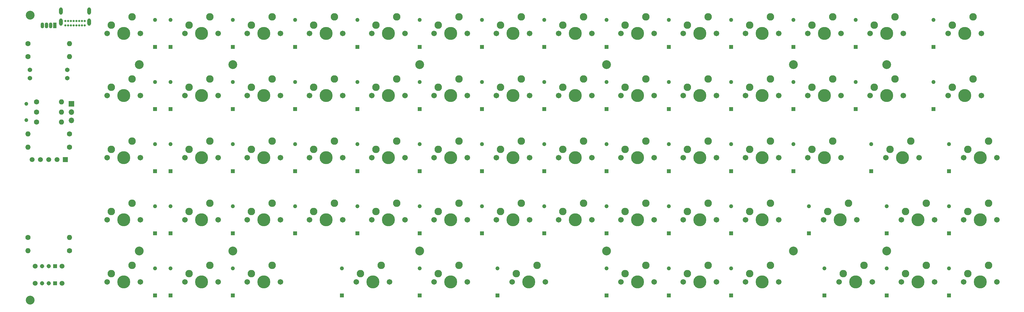
<source format=gbs>
%TF.GenerationSoftware,KiCad,Pcbnew,(6.0.2)*%
%TF.CreationDate,2022-05-11T01:39:24-06:00*%
%TF.ProjectId,Uniform,556e6966-6f72-46d2-9e6b-696361645f70,rev?*%
%TF.SameCoordinates,Original*%
%TF.FileFunction,Soldermask,Bot*%
%TF.FilePolarity,Negative*%
%FSLAX46Y46*%
G04 Gerber Fmt 4.6, Leading zero omitted, Abs format (unit mm)*
G04 Created by KiCad (PCBNEW (6.0.2)) date 2022-05-11 01:39:24*
%MOMM*%
%LPD*%
G01*
G04 APERTURE LIST*
%ADD10C,1.371600*%
%ADD11C,1.600000*%
%ADD12O,1.600000X1.600000*%
%ADD13C,1.150000*%
%ADD14R,1.508000X1.508000*%
%ADD15C,1.508000*%
%ADD16R,1.700000X1.700000*%
%ADD17O,1.700000X1.700000*%
%ADD18R,1.238000X1.238000*%
%ADD19C,1.238000*%
%ADD20C,1.701800*%
%ADD21C,3.987800*%
%ADD22C,2.286000*%
%ADD23C,1.500000*%
%ADD24R,1.308000X1.308000*%
%ADD25C,1.308000*%
%ADD26C,2.700000*%
%ADD27R,1.070000X1.800000*%
%ADD28O,1.070000X1.800000*%
%ADD29C,0.650000*%
%ADD30O,1.108000X2.216000*%
G04 APERTURE END LIST*
D10*
%TO.C,C1*%
X54112500Y-127975000D03*
X54112500Y-125475000D03*
%TD*%
%TO.C,C2*%
X42700000Y-125487500D03*
X42700000Y-127987500D03*
%TD*%
D11*
%TO.C,C3*%
X44740000Y-141500000D03*
D12*
X52360000Y-141500000D03*
%TD*%
D11*
%TO.C,C4*%
X44740000Y-135300000D03*
D12*
X52360000Y-135300000D03*
%TD*%
D11*
%TO.C,C5*%
X44740000Y-138400000D03*
D12*
X52360000Y-138400000D03*
%TD*%
D13*
%TO.C,C6*%
X41612500Y-140900000D03*
X41612500Y-135900000D03*
%TD*%
D14*
%TO.C,SWD1*%
X53587500Y-153000000D03*
D15*
X51047500Y-153000000D03*
X48507500Y-153000000D03*
X45967500Y-153000000D03*
X43427500Y-153000000D03*
%TD*%
D16*
%TO.C,LED2*%
X55412500Y-135875000D03*
D17*
X55412500Y-138415000D03*
X55412500Y-140955000D03*
%TD*%
D18*
%TO.C,D_0_0*%
X80962500Y-118446000D03*
D19*
X80962500Y-110154000D03*
%TD*%
D18*
%TO.C,D_0_1*%
X85725000Y-118446000D03*
D19*
X85725000Y-110154000D03*
%TD*%
D18*
%TO.C,D_0_2*%
X104775000Y-118446000D03*
D19*
X104775000Y-110154000D03*
%TD*%
D18*
%TO.C,D_0_3*%
X123825000Y-118446000D03*
D19*
X123825000Y-110154000D03*
%TD*%
D18*
%TO.C,D_0_4*%
X142875000Y-118446000D03*
D19*
X142875000Y-110154000D03*
%TD*%
D18*
%TO.C,D_0_5*%
X161925000Y-118446000D03*
D19*
X161925000Y-110154000D03*
%TD*%
D18*
%TO.C,D_0_6*%
X180975000Y-118446000D03*
D19*
X180975000Y-110154000D03*
%TD*%
D18*
%TO.C,D_0_7*%
X200025000Y-118446000D03*
D19*
X200025000Y-110154000D03*
%TD*%
D18*
%TO.C,D_0_8*%
X219075000Y-118446000D03*
D19*
X219075000Y-110154000D03*
%TD*%
D18*
%TO.C,D_0_9*%
X238125000Y-118446000D03*
D19*
X238125000Y-110154000D03*
%TD*%
D18*
%TO.C,D_0_10*%
X257175000Y-118446000D03*
D19*
X257175000Y-110154000D03*
%TD*%
D18*
%TO.C,D_0_11*%
X276225000Y-118446000D03*
D19*
X276225000Y-110154000D03*
%TD*%
D18*
%TO.C,D_0_12*%
X295275000Y-118446000D03*
D19*
X295275000Y-110154000D03*
%TD*%
D18*
%TO.C,D_0_13*%
X319087500Y-118446000D03*
D19*
X319087500Y-110154000D03*
%TD*%
D18*
%TO.C,D_1_0*%
X80962500Y-137496000D03*
D19*
X80962500Y-129204000D03*
%TD*%
D18*
%TO.C,D_1_1*%
X85725000Y-137496000D03*
D19*
X85725000Y-129204000D03*
%TD*%
D18*
%TO.C,D_1_2*%
X104775000Y-137496000D03*
D19*
X104775000Y-129204000D03*
%TD*%
D18*
%TO.C,D_1_3*%
X123825000Y-137496000D03*
D19*
X123825000Y-129204000D03*
%TD*%
D18*
%TO.C,D_1_4*%
X142875000Y-137496000D03*
D19*
X142875000Y-129204000D03*
%TD*%
D18*
%TO.C,D_1_5*%
X161925000Y-137496000D03*
D19*
X161925000Y-129204000D03*
%TD*%
D18*
%TO.C,D_1_6*%
X180975000Y-137496000D03*
D19*
X180975000Y-129204000D03*
%TD*%
D18*
%TO.C,D_1_7*%
X200025000Y-137496000D03*
D19*
X200025000Y-129204000D03*
%TD*%
D18*
%TO.C,D_1_8*%
X219075000Y-137496000D03*
D19*
X219075000Y-129204000D03*
%TD*%
D18*
%TO.C,D_1_9*%
X238125000Y-137496000D03*
D19*
X238125000Y-129204000D03*
%TD*%
D18*
%TO.C,D_1_10*%
X257175000Y-137496000D03*
D19*
X257175000Y-129204000D03*
%TD*%
D18*
%TO.C,D_1_11*%
X276225000Y-137496000D03*
D19*
X276225000Y-129204000D03*
%TD*%
D18*
%TO.C,D_1_12*%
X295275000Y-137496000D03*
D19*
X295275000Y-129204000D03*
%TD*%
D18*
%TO.C,D_1_13*%
X319087500Y-137496000D03*
D19*
X319087500Y-129204000D03*
%TD*%
D18*
%TO.C,D_2_0*%
X80962500Y-156546000D03*
D19*
X80962500Y-148254000D03*
%TD*%
D18*
%TO.C,D_2_1*%
X85725000Y-156546000D03*
D19*
X85725000Y-148254000D03*
%TD*%
D18*
%TO.C,D_2_2*%
X104775000Y-156546000D03*
D19*
X104775000Y-148254000D03*
%TD*%
D18*
%TO.C,D_2_3*%
X123825000Y-156546000D03*
D19*
X123825000Y-148254000D03*
%TD*%
D18*
%TO.C,D_2_4*%
X142875000Y-156546000D03*
D19*
X142875000Y-148254000D03*
%TD*%
D18*
%TO.C,D_2_5*%
X161925000Y-156546000D03*
D19*
X161925000Y-148254000D03*
%TD*%
D18*
%TO.C,D_2_6*%
X180975000Y-156546000D03*
D19*
X180975000Y-148254000D03*
%TD*%
D18*
%TO.C,D_2_7*%
X200025000Y-156546000D03*
D19*
X200025000Y-148254000D03*
%TD*%
D18*
%TO.C,D_2_8*%
X219075000Y-156546000D03*
D19*
X219075000Y-148254000D03*
%TD*%
D18*
%TO.C,D_2_9*%
X238125000Y-156546000D03*
D19*
X238125000Y-148254000D03*
%TD*%
D18*
%TO.C,D_2_10*%
X257175000Y-156546000D03*
D19*
X257175000Y-148254000D03*
%TD*%
D18*
%TO.C,D_2_11*%
X276225000Y-156546000D03*
D19*
X276225000Y-148254000D03*
%TD*%
D18*
%TO.C,D_2_12*%
X300037500Y-156546000D03*
D19*
X300037500Y-148254000D03*
%TD*%
D18*
%TO.C,D_2_13*%
X323850000Y-156546000D03*
D19*
X323850000Y-148254000D03*
%TD*%
D18*
%TO.C,D_3_0*%
X80962500Y-175596000D03*
D19*
X80962500Y-167304000D03*
%TD*%
D18*
%TO.C,D_3_1*%
X85725000Y-175596000D03*
D19*
X85725000Y-167304000D03*
%TD*%
D18*
%TO.C,D_3_2*%
X104775000Y-175596000D03*
D19*
X104775000Y-167304000D03*
%TD*%
D18*
%TO.C,D_3_3*%
X123825000Y-175596000D03*
D19*
X123825000Y-167304000D03*
%TD*%
D18*
%TO.C,D_3_4*%
X142875000Y-175596000D03*
D19*
X142875000Y-167304000D03*
%TD*%
D18*
%TO.C,D_3_5*%
X161925000Y-175596000D03*
D19*
X161925000Y-167304000D03*
%TD*%
D18*
%TO.C,D_3_6*%
X180975000Y-175596000D03*
D19*
X180975000Y-167304000D03*
%TD*%
D18*
%TO.C,D_3_7*%
X200025000Y-175596000D03*
D19*
X200025000Y-167304000D03*
%TD*%
D18*
%TO.C,D_3_8*%
X219075000Y-175596000D03*
D19*
X219075000Y-167304000D03*
%TD*%
D18*
%TO.C,D_3_9*%
X238125000Y-175596000D03*
D19*
X238125000Y-167304000D03*
%TD*%
D18*
%TO.C,D_3_10*%
X257175000Y-175596000D03*
D19*
X257175000Y-167304000D03*
%TD*%
D18*
%TO.C,D_3_11*%
X280987500Y-175596000D03*
D19*
X280987500Y-167304000D03*
%TD*%
D18*
%TO.C,D_3_12*%
X304800000Y-175596000D03*
D19*
X304800000Y-167304000D03*
%TD*%
D18*
%TO.C,D_3_13*%
X323850000Y-175596000D03*
D19*
X323850000Y-167304000D03*
%TD*%
D18*
%TO.C,D_4_0*%
X80962500Y-194646000D03*
D19*
X80962500Y-186354000D03*
%TD*%
D18*
%TO.C,D_4_1*%
X85725000Y-194646000D03*
D19*
X85725000Y-186354000D03*
%TD*%
D18*
%TO.C,D_4_2*%
X104775000Y-194646000D03*
D19*
X104775000Y-186354000D03*
%TD*%
D18*
%TO.C,D_4_4*%
X138112500Y-194646000D03*
D19*
X138112500Y-186354000D03*
%TD*%
D18*
%TO.C,D_4_5*%
X161925000Y-194646000D03*
D19*
X161925000Y-186354000D03*
%TD*%
D18*
%TO.C,D_4_6*%
X185737500Y-194646000D03*
D19*
X185737500Y-186354000D03*
%TD*%
D18*
%TO.C,D_4_8*%
X219075000Y-194646000D03*
D19*
X219075000Y-186354000D03*
%TD*%
D18*
%TO.C,D_4_9*%
X238125000Y-194646000D03*
D19*
X238125000Y-186354000D03*
%TD*%
D18*
%TO.C,D_4_10*%
X257175000Y-194646000D03*
D19*
X257175000Y-186354000D03*
%TD*%
D18*
%TO.C,D_4_11*%
X285750000Y-194646000D03*
D19*
X285750000Y-186354000D03*
%TD*%
D18*
%TO.C,D_4_12*%
X304800000Y-194646000D03*
D19*
X304800000Y-186354000D03*
%TD*%
D18*
%TO.C,D_4_13*%
X323850000Y-194646000D03*
D19*
X323850000Y-186354000D03*
%TD*%
D20*
%TO.C,K_0_0*%
X76517500Y-114300000D03*
X66357500Y-114300000D03*
D21*
X71437500Y-114300000D03*
D22*
X73977500Y-109220000D03*
X67627500Y-111760000D03*
%TD*%
D20*
%TO.C,K_0_1*%
X90170000Y-114300000D03*
D21*
X95250000Y-114300000D03*
D20*
X100330000Y-114300000D03*
D22*
X97790000Y-109220000D03*
X91440000Y-111760000D03*
%TD*%
D20*
%TO.C,K_0_2*%
X109220000Y-114300000D03*
D21*
X114300000Y-114300000D03*
D20*
X119380000Y-114300000D03*
D22*
X116840000Y-109220000D03*
X110490000Y-111760000D03*
%TD*%
D20*
%TO.C,K_0_3*%
X128270000Y-114300000D03*
X138430000Y-114300000D03*
D21*
X133350000Y-114300000D03*
D22*
X135890000Y-109220000D03*
X129540000Y-111760000D03*
%TD*%
D20*
%TO.C,K_0_4*%
X147320000Y-114300000D03*
D21*
X152400000Y-114300000D03*
D20*
X157480000Y-114300000D03*
D22*
X154940000Y-109220000D03*
X148590000Y-111760000D03*
%TD*%
D20*
%TO.C,K_0_5*%
X176530000Y-114300000D03*
X166370000Y-114300000D03*
D21*
X171450000Y-114300000D03*
D22*
X173990000Y-109220000D03*
X167640000Y-111760000D03*
%TD*%
D21*
%TO.C,K_0_6*%
X190500000Y-114300000D03*
D20*
X185420000Y-114300000D03*
X195580000Y-114300000D03*
D22*
X193040000Y-109220000D03*
X186690000Y-111760000D03*
%TD*%
D20*
%TO.C,K_0_7*%
X214630000Y-114300000D03*
D21*
X209550000Y-114300000D03*
D20*
X204470000Y-114300000D03*
D22*
X212090000Y-109220000D03*
X205740000Y-111760000D03*
%TD*%
D20*
%TO.C,K_0_8*%
X233680000Y-114300000D03*
D21*
X228600000Y-114300000D03*
D20*
X223520000Y-114300000D03*
D22*
X231140000Y-109220000D03*
X224790000Y-111760000D03*
%TD*%
D21*
%TO.C,K_0_9*%
X247650000Y-114300000D03*
D20*
X242570000Y-114300000D03*
X252730000Y-114300000D03*
D22*
X250190000Y-109220000D03*
X243840000Y-111760000D03*
%TD*%
D20*
%TO.C,K_0_10*%
X261620000Y-114300000D03*
X271780000Y-114300000D03*
D21*
X266700000Y-114300000D03*
D22*
X269240000Y-109220000D03*
X262890000Y-111760000D03*
%TD*%
D21*
%TO.C,K_0_11*%
X285750000Y-114300000D03*
D20*
X290830000Y-114300000D03*
X280670000Y-114300000D03*
D22*
X288290000Y-109220000D03*
X281940000Y-111760000D03*
%TD*%
D20*
%TO.C,K_0_12*%
X299720000Y-114300000D03*
X309880000Y-114300000D03*
D21*
X304800000Y-114300000D03*
D22*
X307340000Y-109220000D03*
X300990000Y-111760000D03*
%TD*%
D21*
%TO.C,K_0_13*%
X328612500Y-114300000D03*
D20*
X333692500Y-114300000D03*
X323532500Y-114300000D03*
D22*
X331152500Y-109220000D03*
X324802500Y-111760000D03*
%TD*%
D20*
%TO.C,K_1_0*%
X66357500Y-133350000D03*
D21*
X71437500Y-133350000D03*
D20*
X76517500Y-133350000D03*
D22*
X73977500Y-128270000D03*
X67627500Y-130810000D03*
%TD*%
D20*
%TO.C,K_1_1*%
X90170000Y-133350000D03*
X100330000Y-133350000D03*
D21*
X95250000Y-133350000D03*
D22*
X97790000Y-128270000D03*
X91440000Y-130810000D03*
%TD*%
D20*
%TO.C,K_1_2*%
X109220000Y-133350000D03*
X119380000Y-133350000D03*
D21*
X114300000Y-133350000D03*
D22*
X116840000Y-128270000D03*
X110490000Y-130810000D03*
%TD*%
D20*
%TO.C,K_1_3*%
X128270000Y-133350000D03*
D21*
X133350000Y-133350000D03*
D20*
X138430000Y-133350000D03*
D22*
X135890000Y-128270000D03*
X129540000Y-130810000D03*
%TD*%
D20*
%TO.C,K_1_4*%
X157480000Y-133350000D03*
D21*
X152400000Y-133350000D03*
D20*
X147320000Y-133350000D03*
D22*
X154940000Y-128270000D03*
X148590000Y-130810000D03*
%TD*%
D20*
%TO.C,K_1_5*%
X176530000Y-133350000D03*
X166370000Y-133350000D03*
D21*
X171450000Y-133350000D03*
D22*
X173990000Y-128270000D03*
X167640000Y-130810000D03*
%TD*%
D21*
%TO.C,K_1_6*%
X190500000Y-133350000D03*
D20*
X185420000Y-133350000D03*
X195580000Y-133350000D03*
D22*
X193040000Y-128270000D03*
X186690000Y-130810000D03*
%TD*%
D21*
%TO.C,K_1_7*%
X209550000Y-133350000D03*
D20*
X214630000Y-133350000D03*
X204470000Y-133350000D03*
D22*
X212090000Y-128270000D03*
X205740000Y-130810000D03*
%TD*%
D20*
%TO.C,K_1_8*%
X233680000Y-133350000D03*
X223520000Y-133350000D03*
D21*
X228600000Y-133350000D03*
D22*
X231140000Y-128270000D03*
X224790000Y-130810000D03*
%TD*%
D20*
%TO.C,K_1_9*%
X242570000Y-133350000D03*
D21*
X247650000Y-133350000D03*
D20*
X252730000Y-133350000D03*
D22*
X250190000Y-128270000D03*
X243840000Y-130810000D03*
%TD*%
D20*
%TO.C,K_1_10*%
X271780000Y-133350000D03*
D21*
X266700000Y-133350000D03*
D20*
X261620000Y-133350000D03*
D22*
X269240000Y-128270000D03*
X262890000Y-130810000D03*
%TD*%
D21*
%TO.C,K_1_11*%
X285750000Y-133350000D03*
D20*
X280670000Y-133350000D03*
X290830000Y-133350000D03*
D22*
X288290000Y-128270000D03*
X281940000Y-130810000D03*
%TD*%
D20*
%TO.C,K_1_12*%
X309880000Y-133350000D03*
X299720000Y-133350000D03*
D21*
X304800000Y-133350000D03*
D22*
X307340000Y-128270000D03*
X300990000Y-130810000D03*
%TD*%
D20*
%TO.C,K_1_13*%
X323532500Y-133350000D03*
D21*
X328612500Y-133350000D03*
D20*
X333692500Y-133350000D03*
D22*
X331152500Y-128270000D03*
X324802500Y-130810000D03*
%TD*%
D20*
%TO.C,K_2_0*%
X76517500Y-152400000D03*
D21*
X71437500Y-152400000D03*
D20*
X66357500Y-152400000D03*
D22*
X73977500Y-147320000D03*
X67627500Y-149860000D03*
%TD*%
D20*
%TO.C,K_2_1*%
X90170000Y-152400000D03*
X100330000Y-152400000D03*
D21*
X95250000Y-152400000D03*
D22*
X97790000Y-147320000D03*
X91440000Y-149860000D03*
%TD*%
D20*
%TO.C,K_2_2*%
X109220000Y-152400000D03*
X119380000Y-152400000D03*
D21*
X114300000Y-152400000D03*
D22*
X116840000Y-147320000D03*
X110490000Y-149860000D03*
%TD*%
D20*
%TO.C,K_2_3*%
X128270000Y-152400000D03*
X138430000Y-152400000D03*
D21*
X133350000Y-152400000D03*
D22*
X135890000Y-147320000D03*
X129540000Y-149860000D03*
%TD*%
D21*
%TO.C,K_2_4*%
X152400000Y-152400000D03*
D20*
X147320000Y-152400000D03*
X157480000Y-152400000D03*
D22*
X154940000Y-147320000D03*
X148590000Y-149860000D03*
%TD*%
D21*
%TO.C,K_2_5*%
X171450000Y-152400000D03*
D20*
X166370000Y-152400000D03*
X176530000Y-152400000D03*
D22*
X173990000Y-147320000D03*
X167640000Y-149860000D03*
%TD*%
D21*
%TO.C,K_2_6*%
X190500000Y-152400000D03*
D20*
X185420000Y-152400000D03*
X195580000Y-152400000D03*
D22*
X193040000Y-147320000D03*
X186690000Y-149860000D03*
%TD*%
D20*
%TO.C,K_2_7*%
X204470000Y-152400000D03*
X214630000Y-152400000D03*
D21*
X209550000Y-152400000D03*
D22*
X212090000Y-147320000D03*
X205740000Y-149860000D03*
%TD*%
D20*
%TO.C,K_2_8*%
X223520000Y-152400000D03*
X233680000Y-152400000D03*
D21*
X228600000Y-152400000D03*
D22*
X231140000Y-147320000D03*
X224790000Y-149860000D03*
%TD*%
D20*
%TO.C,K_2_9*%
X242570000Y-152400000D03*
D21*
X247650000Y-152400000D03*
D20*
X252730000Y-152400000D03*
D22*
X250190000Y-147320000D03*
X243840000Y-149860000D03*
%TD*%
D20*
%TO.C,K_2_10*%
X271780000Y-152400000D03*
D21*
X266700000Y-152400000D03*
D20*
X261620000Y-152400000D03*
D22*
X269240000Y-147320000D03*
X262890000Y-149860000D03*
%TD*%
D21*
%TO.C,K_2_11*%
X285750000Y-152400000D03*
D20*
X290830000Y-152400000D03*
X280670000Y-152400000D03*
D22*
X288290000Y-147320000D03*
X281940000Y-149860000D03*
%TD*%
D21*
%TO.C,K_2_12*%
X309562500Y-152400000D03*
D20*
X314642500Y-152400000D03*
X304482500Y-152400000D03*
D22*
X312102500Y-147320000D03*
X305752500Y-149860000D03*
%TD*%
D20*
%TO.C,K_2_13*%
X338455000Y-152400000D03*
D21*
X333375000Y-152400000D03*
D20*
X328295000Y-152400000D03*
D22*
X335915000Y-147320000D03*
X329565000Y-149860000D03*
%TD*%
D21*
%TO.C,K_3_0*%
X71437500Y-171450000D03*
D20*
X76517500Y-171450000D03*
X66357500Y-171450000D03*
D22*
X73977500Y-166370000D03*
X67627500Y-168910000D03*
%TD*%
D20*
%TO.C,K_3_1*%
X100330000Y-171450000D03*
D21*
X95250000Y-171450000D03*
D20*
X90170000Y-171450000D03*
D22*
X97790000Y-166370000D03*
X91440000Y-168910000D03*
%TD*%
D21*
%TO.C,K_3_2*%
X114300000Y-171450000D03*
D20*
X109220000Y-171450000D03*
X119380000Y-171450000D03*
D22*
X116840000Y-166370000D03*
X110490000Y-168910000D03*
%TD*%
D21*
%TO.C,K_3_3*%
X133350000Y-171450000D03*
D20*
X128270000Y-171450000D03*
X138430000Y-171450000D03*
D22*
X135890000Y-166370000D03*
X129540000Y-168910000D03*
%TD*%
D20*
%TO.C,K_3_4*%
X147320000Y-171450000D03*
X157480000Y-171450000D03*
D21*
X152400000Y-171450000D03*
D22*
X154940000Y-166370000D03*
X148590000Y-168910000D03*
%TD*%
D21*
%TO.C,K_3_5*%
X171450000Y-171450000D03*
D20*
X176530000Y-171450000D03*
X166370000Y-171450000D03*
D22*
X173990000Y-166370000D03*
X167640000Y-168910000D03*
%TD*%
D21*
%TO.C,K_3_6*%
X190500000Y-171450000D03*
D20*
X185420000Y-171450000D03*
X195580000Y-171450000D03*
D22*
X193040000Y-166370000D03*
X186690000Y-168910000D03*
%TD*%
D20*
%TO.C,K_3_7*%
X204470000Y-171450000D03*
D21*
X209550000Y-171450000D03*
D20*
X214630000Y-171450000D03*
D22*
X212090000Y-166370000D03*
X205740000Y-168910000D03*
%TD*%
D20*
%TO.C,K_3_8*%
X223520000Y-171450000D03*
X233680000Y-171450000D03*
D21*
X228600000Y-171450000D03*
D22*
X231140000Y-166370000D03*
X224790000Y-168910000D03*
%TD*%
D20*
%TO.C,K_3_9*%
X252730000Y-171450000D03*
X242570000Y-171450000D03*
D21*
X247650000Y-171450000D03*
D22*
X250190000Y-166370000D03*
X243840000Y-168910000D03*
%TD*%
D21*
%TO.C,K_3_10*%
X266700000Y-171450000D03*
D20*
X271780000Y-171450000D03*
X261620000Y-171450000D03*
D22*
X269240000Y-166370000D03*
X262890000Y-168910000D03*
%TD*%
D21*
%TO.C,K_3_11*%
X290512500Y-171450000D03*
D20*
X285432500Y-171450000D03*
X295592500Y-171450000D03*
D22*
X293052500Y-166370000D03*
X286702500Y-168910000D03*
%TD*%
D21*
%TO.C,K_3_12*%
X314325000Y-171450000D03*
D20*
X319405000Y-171450000D03*
X309245000Y-171450000D03*
D22*
X316865000Y-166370000D03*
X310515000Y-168910000D03*
%TD*%
D21*
%TO.C,K_3_13*%
X333375000Y-171450000D03*
D20*
X338455000Y-171450000D03*
X328295000Y-171450000D03*
D22*
X335915000Y-166370000D03*
X329565000Y-168910000D03*
%TD*%
D21*
%TO.C,K_4_0*%
X71437500Y-190500000D03*
D20*
X66357500Y-190500000D03*
X76517500Y-190500000D03*
D22*
X73977500Y-185420000D03*
X67627500Y-187960000D03*
%TD*%
D20*
%TO.C,K_4_1*%
X100330000Y-190500000D03*
D21*
X95250000Y-190500000D03*
D20*
X90170000Y-190500000D03*
D22*
X97790000Y-185420000D03*
X91440000Y-187960000D03*
%TD*%
D20*
%TO.C,K_4_2*%
X119380000Y-190500000D03*
X109220000Y-190500000D03*
D21*
X114300000Y-190500000D03*
D22*
X116840000Y-185420000D03*
X110490000Y-187960000D03*
%TD*%
D20*
%TO.C,K_4_4*%
X152717500Y-190500000D03*
X142557500Y-190500000D03*
D21*
X147637500Y-190500000D03*
D22*
X150177500Y-185420000D03*
X143827500Y-187960000D03*
%TD*%
D20*
%TO.C,K_4_5*%
X176530000Y-190500000D03*
X166370000Y-190500000D03*
D21*
X171450000Y-190500000D03*
D22*
X173990000Y-185420000D03*
X167640000Y-187960000D03*
%TD*%
D20*
%TO.C,K_4_6*%
X190182500Y-190500000D03*
D21*
X195262500Y-190500000D03*
D20*
X200342500Y-190500000D03*
D22*
X197802500Y-185420000D03*
X191452500Y-187960000D03*
%TD*%
D21*
%TO.C,K_4_8*%
X228600000Y-190500000D03*
D20*
X223520000Y-190500000D03*
X233680000Y-190500000D03*
D22*
X231140000Y-185420000D03*
X224790000Y-187960000D03*
%TD*%
D20*
%TO.C,K_4_9*%
X252730000Y-190500000D03*
X242570000Y-190500000D03*
D21*
X247650000Y-190500000D03*
D22*
X250190000Y-185420000D03*
X243840000Y-187960000D03*
%TD*%
D21*
%TO.C,K_4_10*%
X266700000Y-190500000D03*
D20*
X261620000Y-190500000D03*
X271780000Y-190500000D03*
D22*
X269240000Y-185420000D03*
X262890000Y-187960000D03*
%TD*%
D21*
%TO.C,K_4_11*%
X295275000Y-190500000D03*
D20*
X300355000Y-190500000D03*
X290195000Y-190500000D03*
D22*
X297815000Y-185420000D03*
X291465000Y-187960000D03*
%TD*%
D20*
%TO.C,K_4_12*%
X319405000Y-190500000D03*
X309245000Y-190500000D03*
D21*
X314325000Y-190500000D03*
D22*
X316865000Y-185420000D03*
X310515000Y-187960000D03*
%TD*%
D20*
%TO.C,K_4_13*%
X338455000Y-190500000D03*
D21*
X333375000Y-190500000D03*
D20*
X328295000Y-190500000D03*
D22*
X335915000Y-185420000D03*
X329565000Y-187960000D03*
%TD*%
D11*
%TO.C,R1*%
X42100000Y-117400000D03*
D12*
X54800000Y-117400000D03*
%TD*%
D11*
%TO.C,R2*%
X54800000Y-180900000D03*
D12*
X42100000Y-180900000D03*
%TD*%
D11*
%TO.C,R3*%
X42100000Y-121400000D03*
D12*
X54800000Y-121400000D03*
%TD*%
D11*
%TO.C,R4*%
X42100000Y-176900000D03*
D12*
X54800000Y-176900000D03*
%TD*%
D11*
%TO.C,R5*%
X54800000Y-145150000D03*
D12*
X42100000Y-145150000D03*
%TD*%
D11*
%TO.C,R6*%
X54800000Y-149150000D03*
D12*
X42100000Y-149150000D03*
%TD*%
D23*
%TO.C,S1*%
X52562500Y-185650000D03*
X44362500Y-185650000D03*
D24*
X50462500Y-185650000D03*
D25*
X48462500Y-185650000D03*
X46462500Y-185650000D03*
%TD*%
D23*
%TO.C,S2*%
X52562500Y-190900000D03*
X44362500Y-190900000D03*
D24*
X50462500Y-190900000D03*
D25*
X48462500Y-190900000D03*
X46462500Y-190900000D03*
%TD*%
D26*
%TO.C,EM1*%
X42775000Y-108700000D03*
%TD*%
%TO.C,EM2*%
X42775000Y-196100000D03*
%TD*%
%TO.C,M8*%
X104775000Y-180975000D03*
%TD*%
%TO.C,M6*%
X304800000Y-123825000D03*
%TD*%
%TO.C,M11*%
X276225000Y-180975000D03*
%TD*%
%TO.C,M4*%
X219075000Y-123825000D03*
%TD*%
%TO.C,M7*%
X76200000Y-180975000D03*
%TD*%
D27*
%TO.C,LED1*%
X50350000Y-111825000D03*
D28*
X49080000Y-111825000D03*
X47810000Y-111825000D03*
X46540000Y-111825000D03*
%TD*%
D26*
%TO.C,M5*%
X276225000Y-123825000D03*
%TD*%
%TO.C,M2*%
X104775000Y-123825000D03*
%TD*%
%TO.C,M9*%
X161925000Y-180975000D03*
%TD*%
%TO.C,M1*%
X76200000Y-123825000D03*
%TD*%
%TO.C,M10*%
X219075000Y-180975000D03*
%TD*%
%TO.C,M12*%
X304800000Y-180975000D03*
%TD*%
%TO.C,M3*%
X161925000Y-123825000D03*
%TD*%
D29*
%TO.C,USBC1*%
X53550000Y-111825000D03*
X54400000Y-111825000D03*
X55250000Y-111825000D03*
X56100000Y-111825000D03*
X56950000Y-111825000D03*
X57800000Y-111825000D03*
X58650000Y-111825000D03*
X59500000Y-111825000D03*
X59500000Y-110475000D03*
X58650000Y-110475000D03*
X57800000Y-110475000D03*
X56950000Y-110475000D03*
X56100000Y-110475000D03*
X55250000Y-110475000D03*
X54400000Y-110475000D03*
X53550000Y-110475000D03*
D30*
X52200000Y-110845000D03*
X60850000Y-110845000D03*
X60850000Y-107465000D03*
X52200000Y-107465000D03*
%TD*%
M02*

</source>
